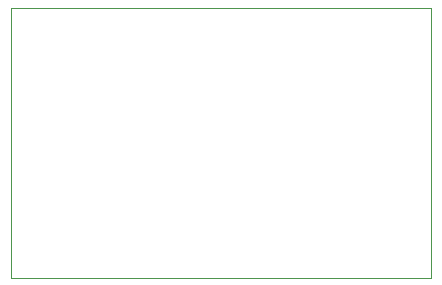
<source format=gbr>
%TF.GenerationSoftware,KiCad,Pcbnew,(5.1.10-1-10_14)*%
%TF.CreationDate,2021-11-05T21:54:39-04:00*%
%TF.ProjectId,TempSensor,54656d70-5365-46e7-936f-722e6b696361,rev?*%
%TF.SameCoordinates,Original*%
%TF.FileFunction,Profile,NP*%
%FSLAX46Y46*%
G04 Gerber Fmt 4.6, Leading zero omitted, Abs format (unit mm)*
G04 Created by KiCad (PCBNEW (5.1.10-1-10_14)) date 2021-11-05 21:54:39*
%MOMM*%
%LPD*%
G01*
G04 APERTURE LIST*
%TA.AperFunction,Profile*%
%ADD10C,0.100000*%
%TD*%
G04 APERTURE END LIST*
D10*
X121920000Y-59690000D02*
X157480000Y-59690000D01*
X121920000Y-82550000D02*
X121920000Y-59690000D01*
X157480000Y-82550000D02*
X121920000Y-82550000D01*
X157480000Y-59690000D02*
X157480000Y-82550000D01*
M02*

</source>
